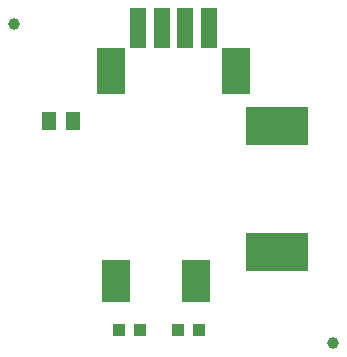
<source format=gbr>
%TF.GenerationSoftware,KiCad,Pcbnew,7.0.11-7.0.11~ubuntu22.04.1*%
%TF.CreationDate,2024-11-21T15:06:28+02:00*%
%TF.ProjectId,POEv3_Rev_A,504f4576-335f-4526-9576-5f412e6b6963,A*%
%TF.SameCoordinates,PX55d4a80PY8a48640*%
%TF.FileFunction,Paste,Top*%
%TF.FilePolarity,Positive*%
%FSLAX46Y46*%
G04 Gerber Fmt 4.6, Leading zero omitted, Abs format (unit mm)*
G04 Created by KiCad (PCBNEW 7.0.11-7.0.11~ubuntu22.04.1) date 2024-11-21 15:06:28*
%MOMM*%
%LPD*%
G01*
G04 APERTURE LIST*
%ADD10C,1.000000*%
%ADD11R,1.270000X1.524000*%
%ADD12R,2.400000X3.900000*%
%ADD13R,1.400000X3.400000*%
%ADD14R,2.400000X3.600000*%
%ADD15R,1.016000X1.016000*%
%ADD16R,5.254000X3.254000*%
G04 APERTURE END LIST*
D10*
%TO.C,FID3*%
X1500000Y28500000D03*
%TD*%
D11*
%TO.C,R3*%
X6516000Y20250000D03*
X4484000Y20250000D03*
%TD*%
D10*
%TO.C,FID4*%
X28500000Y1500000D03*
%TD*%
D12*
%TO.C,POE_PWR1*%
X9700000Y24475000D03*
D13*
X12000000Y28100000D03*
X14000000Y28100000D03*
X16000000Y28100000D03*
X18000000Y28100000D03*
D12*
X20300000Y24475000D03*
%TD*%
D14*
%TO.C,D2*%
X16900000Y6750000D03*
X10100000Y6750000D03*
%TD*%
D15*
%TO.C,C3*%
X12139000Y2600000D03*
X10361000Y2600000D03*
%TD*%
%TO.C,R9*%
X15361000Y2600000D03*
X17139000Y2600000D03*
%TD*%
D16*
%TO.C,L1*%
X23750000Y9200000D03*
X23750000Y19800000D03*
%TD*%
M02*

</source>
